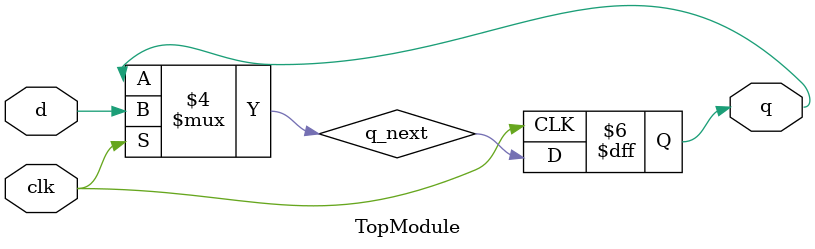
<source format=sv>
module TopModule (
    input logic clk,
    input logic d,
    output logic q
);

    logic q_next;

    always @(*) begin
        q_next = q; // Default to hold previous value
        if (clk) begin
            q_next = d; // On rising edge, capture d
        end
    end

    always @(posedge clk) begin
        q <= q_next; // Update q on rising edge
    end

endmodule
</source>
